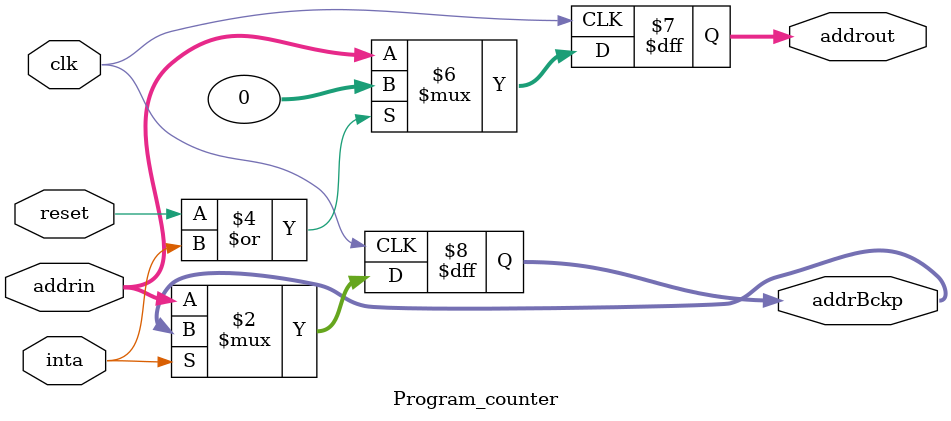
<source format=v>
module Program_counter(
	input clk,									// clock
	input reset,								// reset
	input inta,									// interrupt acknowledge
	input [31:0] addrin,						// in address
	output reg [31:0] addrout,				// out address
	output reg [31:0] addrBckp);
	
	always @ (negedge clk) begin
		addrBckp <= inta ? addrBckp : addrin;
	end
	
	always @ (posedge clk) begin
		addrout <= reset | inta ? 31'b0 : addrin;
	end
endmodule
</source>
